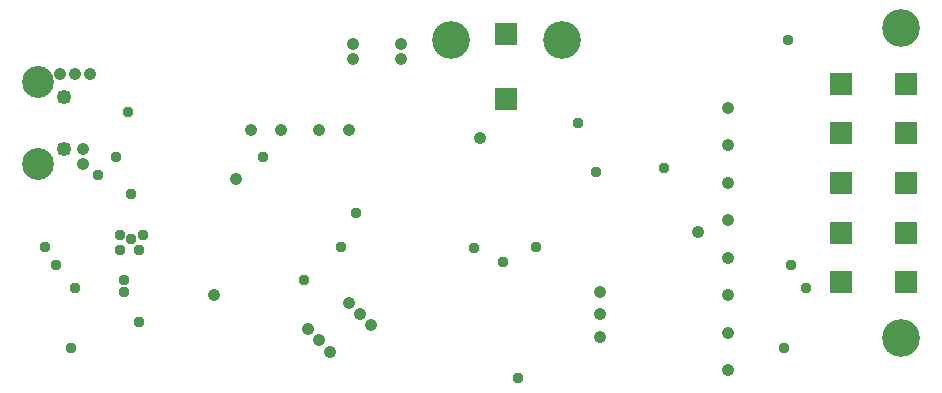
<source format=gbr>
G04 EAGLE Gerber RS-274X export*
G75*
%MOMM*%
%FSLAX34Y34*%
%LPD*%
%INSoldermask Bottom*%
%IPPOS*%
%AMOC8*
5,1,8,0,0,1.08239X$1,22.5*%
G01*
%ADD10R,1.883200X1.883200*%
%ADD11C,3.203200*%
%ADD12C,2.703200*%
%ADD13C,1.253200*%
%ADD14C,0.959600*%
%ADD15C,1.059600*%


D10*
X425450Y255075D03*
X425450Y310075D03*
D11*
X472450Y305475D03*
X378450Y305475D03*
D10*
X709100Y100150D03*
X709100Y142150D03*
X709100Y184150D03*
X709100Y226150D03*
X709100Y268150D03*
X764100Y226150D03*
X764100Y268150D03*
X764100Y184150D03*
X764100Y142150D03*
X764100Y100150D03*
D11*
X759500Y53150D03*
X759500Y315150D03*
D12*
X29300Y269950D03*
X29300Y199950D03*
D13*
X50800Y257200D03*
X50800Y212700D03*
D14*
X254000Y101600D03*
X95250Y206375D03*
X34925Y130175D03*
X98425Y139700D03*
X107950Y136525D03*
D15*
X47625Y276225D03*
X60325Y276225D03*
X73025Y276225D03*
X295275Y301625D03*
X295275Y288925D03*
X336550Y301625D03*
X336550Y288925D03*
X257175Y60325D03*
X266700Y50800D03*
X276225Y41275D03*
X292100Y82550D03*
X301625Y73025D03*
X311150Y63500D03*
X209550Y228600D03*
X234950Y228600D03*
X266700Y228600D03*
X292100Y228600D03*
X504825Y92075D03*
X504825Y73025D03*
X504825Y53975D03*
X66675Y212725D03*
X66675Y200025D03*
X196850Y187325D03*
X177800Y88900D03*
X612775Y25400D03*
X612775Y57150D03*
X612775Y88900D03*
X612775Y120650D03*
X612775Y152400D03*
X612775Y184150D03*
X612775Y215900D03*
X612775Y247650D03*
D14*
X98425Y127000D03*
X101600Y101600D03*
X104775Y244475D03*
X79375Y190500D03*
X434975Y19050D03*
X107950Y174625D03*
X117475Y139700D03*
X44450Y114300D03*
X57150Y44450D03*
X114300Y66675D03*
X60325Y95250D03*
X114300Y127000D03*
X101600Y92075D03*
X485775Y234950D03*
X558800Y196850D03*
X450850Y130175D03*
X298450Y158750D03*
X422275Y117475D03*
X285750Y130175D03*
X663575Y304800D03*
X660400Y44450D03*
X679450Y95250D03*
X666750Y114300D03*
X219075Y206375D03*
X397950Y129100D03*
X501650Y193675D03*
D15*
X587375Y142875D03*
X403225Y222250D03*
M02*

</source>
